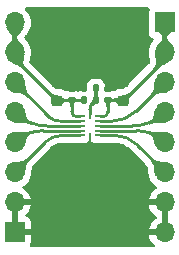
<source format=gbr>
%TF.GenerationSoftware,KiCad,Pcbnew,(6.0.5)*%
%TF.CreationDate,2022-07-01T10:08:14+08:00*%
%TF.ProjectId,convertor,636f6e76-6572-4746-9f72-2e6b69636164,rev?*%
%TF.SameCoordinates,Original*%
%TF.FileFunction,Copper,L1,Top*%
%TF.FilePolarity,Positive*%
%FSLAX46Y46*%
G04 Gerber Fmt 4.6, Leading zero omitted, Abs format (unit mm)*
G04 Created by KiCad (PCBNEW (6.0.5)) date 2022-07-01 10:08:14*
%MOMM*%
%LPD*%
G01*
G04 APERTURE LIST*
G04 Aperture macros list*
%AMRoundRect*
0 Rectangle with rounded corners*
0 $1 Rounding radius*
0 $2 $3 $4 $5 $6 $7 $8 $9 X,Y pos of 4 corners*
0 Add a 4 corners polygon primitive as box body*
4,1,4,$2,$3,$4,$5,$6,$7,$8,$9,$2,$3,0*
0 Add four circle primitives for the rounded corners*
1,1,$1+$1,$2,$3*
1,1,$1+$1,$4,$5*
1,1,$1+$1,$6,$7*
1,1,$1+$1,$8,$9*
0 Add four rect primitives between the rounded corners*
20,1,$1+$1,$2,$3,$4,$5,0*
20,1,$1+$1,$4,$5,$6,$7,0*
20,1,$1+$1,$6,$7,$8,$9,0*
20,1,$1+$1,$8,$9,$2,$3,0*%
G04 Aperture macros list end*
%TA.AperFunction,SMDPad,CuDef*%
%ADD10RoundRect,0.135000X0.135000X0.185000X-0.135000X0.185000X-0.135000X-0.185000X0.135000X-0.185000X0*%
%TD*%
%TA.AperFunction,SMDPad,CuDef*%
%ADD11RoundRect,0.225000X0.250000X-0.225000X0.250000X0.225000X-0.250000X0.225000X-0.250000X-0.225000X0*%
%TD*%
%TA.AperFunction,SMDPad,CuDef*%
%ADD12RoundRect,0.140000X0.170000X-0.140000X0.170000X0.140000X-0.170000X0.140000X-0.170000X-0.140000X0*%
%TD*%
%TA.AperFunction,ComponentPad*%
%ADD13R,1.700000X1.700000*%
%TD*%
%TA.AperFunction,ComponentPad*%
%ADD14O,1.700000X1.700000*%
%TD*%
%TA.AperFunction,SMDPad,CuDef*%
%ADD15RoundRect,0.062500X-0.350000X-0.062500X0.350000X-0.062500X0.350000X0.062500X-0.350000X0.062500X0*%
%TD*%
%TA.AperFunction,SMDPad,CuDef*%
%ADD16RoundRect,0.062500X0.062500X-0.350000X0.062500X0.350000X-0.062500X0.350000X-0.062500X-0.350000X0*%
%TD*%
%TA.AperFunction,SMDPad,CuDef*%
%ADD17RoundRect,0.135000X-0.135000X-0.185000X0.135000X-0.185000X0.135000X0.185000X-0.135000X0.185000X0*%
%TD*%
%TA.AperFunction,ViaPad*%
%ADD18C,0.508000*%
%TD*%
%TA.AperFunction,Conductor*%
%ADD19C,0.254000*%
%TD*%
G04 APERTURE END LIST*
D10*
%TO.P,R2,1*%
%TO.N,Net-(R1-Pad2)*%
X140210000Y-98298000D03*
%TO.P,R2,2*%
%TO.N,GND*%
X139190000Y-98298000D03*
%TD*%
D11*
%TO.P,C1,1*%
%TO.N,Net-(C1-Pad1)*%
X136906000Y-99327000D03*
%TO.P,C1,2*%
%TO.N,GND*%
X136906000Y-97777000D03*
%TD*%
D12*
%TO.P,C2,1*%
%TO.N,Net-(C1-Pad1)*%
X138176000Y-99286000D03*
%TO.P,C2,2*%
%TO.N,GND*%
X138176000Y-98326000D03*
%TD*%
D13*
%TO.P,J2,1,Pin_1*%
%TO.N,Net-(C3-Pad1)*%
X146050000Y-92710000D03*
D14*
%TO.P,J2,2,Pin_2*%
X146050000Y-95250000D03*
%TO.P,J2,3,Pin_3*%
%TO.N,Net-(J2-Pad3)*%
X146050000Y-97790000D03*
%TO.P,J2,4,Pin_4*%
%TO.N,Net-(J2-Pad4)*%
X146050000Y-100330000D03*
%TO.P,J2,5,Pin_5*%
%TO.N,Net-(J2-Pad5)*%
X146050000Y-102870000D03*
%TO.P,J2,6,Pin_6*%
%TO.N,Net-(J2-Pad6)*%
X146050000Y-105410000D03*
%TO.P,J2,7,Pin_7*%
%TO.N,GND*%
X146050000Y-107950000D03*
%TO.P,J2,8,Pin_8*%
X146050000Y-110490000D03*
%TD*%
D15*
%TO.P,U1,1,VCCA*%
%TO.N,Net-(C1-Pad1)*%
X138850000Y-100673000D03*
%TO.P,U1,2,A1*%
%TO.N,Net-(U1-Pad2)*%
X138850000Y-101073000D03*
%TO.P,U1,3,A2*%
%TO.N,Net-(U1-Pad3)*%
X138850000Y-101473000D03*
%TO.P,U1,4,A3*%
%TO.N,Net-(U1-Pad4)*%
X138850000Y-101873000D03*
%TO.P,U1,5,A4*%
%TO.N,Net-(U1-Pad5)*%
X138850000Y-102273000D03*
D16*
%TO.P,U1,6,GND*%
%TO.N,GND*%
X139700000Y-102473000D03*
D15*
%TO.P,U1,7,B4*%
%TO.N,Net-(J2-Pad6)*%
X140550000Y-102273000D03*
%TO.P,U1,8,B3*%
%TO.N,Net-(J2-Pad5)*%
X140550000Y-101873000D03*
%TO.P,U1,9,B2*%
%TO.N,Net-(J2-Pad4)*%
X140550000Y-101473000D03*
%TO.P,U1,10,B1*%
%TO.N,Net-(J2-Pad3)*%
X140550000Y-101073000D03*
%TO.P,U1,11,VCCB*%
%TO.N,Net-(C3-Pad1)*%
X140550000Y-100673000D03*
D16*
%TO.P,U1,12,OE*%
%TO.N,Net-(R1-Pad2)*%
X139700000Y-100473000D03*
%TD*%
D11*
%TO.P,C4,1*%
%TO.N,Net-(C3-Pad1)*%
X142494000Y-99327000D03*
%TO.P,C4,2*%
%TO.N,GND*%
X142494000Y-97777000D03*
%TD*%
D17*
%TO.P,R1,1*%
%TO.N,Net-(C1-Pad1)*%
X139190000Y-99314000D03*
%TO.P,R1,2*%
%TO.N,Net-(R1-Pad2)*%
X140210000Y-99314000D03*
%TD*%
D13*
%TO.P,J1,1,Pin_1*%
%TO.N,GND*%
X133350000Y-110490000D03*
D14*
%TO.P,J1,2,Pin_2*%
X133350000Y-107950000D03*
%TO.P,J1,3,Pin_3*%
%TO.N,Net-(U1-Pad5)*%
X133350000Y-105410000D03*
%TO.P,J1,4,Pin_4*%
%TO.N,Net-(U1-Pad4)*%
X133350000Y-102870000D03*
%TO.P,J1,5,Pin_5*%
%TO.N,Net-(U1-Pad3)*%
X133350000Y-100330000D03*
%TO.P,J1,6,Pin_6*%
%TO.N,Net-(U1-Pad2)*%
X133350000Y-97790000D03*
%TO.P,J1,7,Pin_7*%
%TO.N,Net-(C1-Pad1)*%
X133350000Y-95250000D03*
%TO.P,J1,8,Pin_8*%
X133350000Y-92710000D03*
%TD*%
D12*
%TO.P,C3,1*%
%TO.N,Net-(C3-Pad1)*%
X141224000Y-99286000D03*
%TO.P,C3,2*%
%TO.N,GND*%
X141224000Y-98326000D03*
%TD*%
D18*
%TO.N,GND*%
X137287000Y-111506000D03*
X141224000Y-97536000D03*
X136271000Y-104140000D03*
X137287000Y-109220000D03*
X142367000Y-109220000D03*
X142240000Y-91694000D03*
X144526000Y-93980000D03*
X137287000Y-106680000D03*
X141097000Y-103251000D03*
X137160000Y-93980000D03*
X142240000Y-93980000D03*
X134874000Y-109220000D03*
X142367000Y-111506000D03*
X139700000Y-109220000D03*
X134874000Y-111506000D03*
X136906000Y-96774000D03*
X139700000Y-104140000D03*
X134874000Y-93980000D03*
X138430000Y-103251000D03*
X144526000Y-91694000D03*
X134874000Y-91694000D03*
X134874000Y-106680000D03*
X139700000Y-91694000D03*
X139700000Y-96520000D03*
X144526000Y-106680000D03*
X144526000Y-109220000D03*
X142494000Y-96774000D03*
X138176000Y-97536000D03*
X144526000Y-111506000D03*
X139700000Y-111506000D03*
X143129000Y-104140000D03*
X137160000Y-91694000D03*
X142367000Y-106680000D03*
X139700000Y-93980000D03*
X139700000Y-106680000D03*
%TD*%
D19*
%TO.N,Net-(C1-Pad1)*%
X139162000Y-99286000D02*
X139190000Y-99314000D01*
X138850000Y-100673000D02*
X138517865Y-100673000D01*
X136919000Y-99314000D02*
X136906000Y-99327000D01*
X133350000Y-95250000D02*
X133350000Y-92710000D01*
X133350000Y-95771000D02*
X133350000Y-95250000D01*
X138176000Y-100277395D02*
X138176000Y-99286000D01*
X138135000Y-99327000D02*
X138176000Y-99286000D01*
X136906000Y-99327000D02*
X133350000Y-95771000D01*
X139190000Y-99314000D02*
X136919000Y-99314000D01*
X138303010Y-100583990D02*
G75*
G03*
X138517865Y-100673000I214890J214890D01*
G01*
X138176003Y-100277395D02*
G75*
G03*
X138303001Y-100583999I433597J-5D01*
G01*
%TO.N,Net-(C3-Pad1)*%
X141224000Y-100277395D02*
X141224000Y-99286000D01*
X140550000Y-100673000D02*
X140882135Y-100673000D01*
X142494000Y-99327000D02*
X146050000Y-95771000D01*
X141224000Y-99286000D02*
X142453000Y-99286000D01*
X146050000Y-95771000D02*
X146050000Y-95250000D01*
X142453000Y-99286000D02*
X142494000Y-99327000D01*
X146050000Y-95250000D02*
X146050000Y-92710000D01*
X141096990Y-100583990D02*
G75*
G02*
X140882135Y-100673000I-214890J214890D01*
G01*
X141223997Y-100277395D02*
G75*
G02*
X141096999Y-100583999I-433597J-5D01*
G01*
%TO.N,Net-(J2-Pad3)*%
X143602093Y-100237907D02*
X146050000Y-97790000D01*
X140550000Y-101073000D02*
X141586000Y-101073000D01*
X143602096Y-100237910D02*
G75*
G02*
X141586000Y-101073000I-2016096J2016110D01*
G01*
%TO.N,Net-(J2-Pad4)*%
X140550000Y-101473000D02*
X143290554Y-101473000D01*
X146050014Y-100330014D02*
G75*
G02*
X143290554Y-101473000I-2759414J2759414D01*
G01*
%TO.N,Net-(J2-Pad5)*%
X140550000Y-101873000D02*
X143643030Y-101873000D01*
X146049991Y-102870009D02*
G75*
G03*
X143643030Y-101873000I-2406991J-2406991D01*
G01*
%TO.N,Net-(J2-Pad6)*%
X140550000Y-102273000D02*
X141799307Y-102273000D01*
X143700500Y-103060500D02*
X146050000Y-105410000D01*
X143700498Y-103060502D02*
G75*
G03*
X141799307Y-102273000I-1901198J-1901198D01*
G01*
%TO.N,Net-(R1-Pad2)*%
X140210000Y-99314000D02*
X140210000Y-98298000D01*
X139878191Y-99645809D02*
X140210000Y-99314000D01*
X139700000Y-100473000D02*
X139700000Y-100076000D01*
X139878187Y-99645805D02*
G75*
G03*
X139700000Y-100076000I430213J-430195D01*
G01*
%TO.N,Net-(U1-Pad5)*%
X138850000Y-102273000D02*
X137331285Y-102273000D01*
X135890000Y-102870000D02*
X133350000Y-105410000D01*
X135890004Y-102870004D02*
G75*
G02*
X137331285Y-102273000I1441296J-1441296D01*
G01*
%TO.N,Net-(U1-Pad4)*%
X138850000Y-101873000D02*
X135756970Y-101873000D01*
X133350009Y-102870009D02*
G75*
G02*
X135756970Y-101873000I2406991J-2406991D01*
G01*
%TO.N,Net-(U1-Pad3)*%
X138850000Y-101473000D02*
X136109446Y-101473000D01*
X133349986Y-100330014D02*
G75*
G03*
X136109446Y-101473000I2759414J2759414D01*
G01*
%TO.N,Net-(U1-Pad2)*%
X138850000Y-101073000D02*
X137144945Y-101073000D01*
X136271000Y-100711000D02*
X133350000Y-97790000D01*
X136270987Y-100711013D02*
G75*
G03*
X137144945Y-101073000I873913J873913D01*
G01*
%TD*%
%TA.AperFunction,Conductor*%
%TO.N,Net-(C1-Pad1)*%
G36*
X137098023Y-98920233D02*
G01*
X137132991Y-98937291D01*
X137173142Y-98956877D01*
X137173740Y-98957191D01*
X137201563Y-98972813D01*
X137243871Y-98996570D01*
X137244211Y-98996769D01*
X137306007Y-99034683D01*
X137363013Y-99070246D01*
X137363065Y-99070276D01*
X137363083Y-99070287D01*
X137394269Y-99088354D01*
X137418783Y-99102555D01*
X137477027Y-99130801D01*
X137477303Y-99130901D01*
X137541150Y-99154064D01*
X137541157Y-99154066D01*
X137541460Y-99154176D01*
X137541776Y-99154251D01*
X137541782Y-99154253D01*
X137576212Y-99162450D01*
X137615791Y-99171873D01*
X137703734Y-99183083D01*
X137748384Y-99184744D01*
X137797735Y-99186581D01*
X137805875Y-99190313D01*
X137809000Y-99198273D01*
X137809000Y-99429741D01*
X137805573Y-99438014D01*
X137797749Y-99441432D01*
X137776060Y-99442264D01*
X137706242Y-99444944D01*
X137706234Y-99444945D01*
X137705966Y-99444955D01*
X137619936Y-99456332D01*
X137619615Y-99456412D01*
X137619609Y-99456413D01*
X137547670Y-99474307D01*
X137547667Y-99474308D01*
X137547325Y-99474393D01*
X137546998Y-99474518D01*
X137546995Y-99474519D01*
X137494287Y-99494679D01*
X137484548Y-99498404D01*
X137484260Y-99498553D01*
X137484253Y-99498556D01*
X137428251Y-99527509D01*
X137428240Y-99527515D01*
X137428022Y-99527628D01*
X137374161Y-99561331D01*
X137319381Y-99598775D01*
X137260241Y-99639129D01*
X137259972Y-99639307D01*
X137192999Y-99681777D01*
X137192455Y-99682101D01*
X137123796Y-99720546D01*
X137121033Y-99722093D01*
X137112140Y-99723144D01*
X137107454Y-99720547D01*
X136681093Y-99333454D01*
X137054676Y-98952975D01*
X137084547Y-98922553D01*
X137092788Y-98919050D01*
X137098023Y-98920233D01*
G37*
%TD.AperFunction*%
%TD*%
%TA.AperFunction,Conductor*%
%TO.N,Net-(J2-Pad4)*%
G36*
X146369285Y-100062839D02*
G01*
X146377219Y-100066990D01*
X146379845Y-100075991D01*
X146241109Y-101150083D01*
X146236650Y-101157849D01*
X146231701Y-101160075D01*
X146051374Y-101194514D01*
X146050503Y-101194646D01*
X145887496Y-101212863D01*
X145886686Y-101212924D01*
X145741990Y-101218718D01*
X145741414Y-101218726D01*
X145608100Y-101217373D01*
X145607953Y-101217370D01*
X145583422Y-101216757D01*
X145479330Y-101214154D01*
X145479299Y-101214154D01*
X145479233Y-101214152D01*
X145479152Y-101214152D01*
X145440175Y-101214220D01*
X145348559Y-101214380D01*
X145308237Y-101216981D01*
X145209451Y-101223353D01*
X145209447Y-101223353D01*
X145209221Y-101223368D01*
X145137201Y-101234099D01*
X145054691Y-101246393D01*
X145054688Y-101246394D01*
X145054437Y-101246431D01*
X145054194Y-101246489D01*
X145054185Y-101246491D01*
X144939302Y-101274040D01*
X144877422Y-101288879D01*
X144682141Y-101352525D01*
X144673213Y-101351831D01*
X144667523Y-101345410D01*
X144588102Y-101127676D01*
X144588487Y-101118730D01*
X144594348Y-101112973D01*
X144750290Y-101043771D01*
X144750291Y-101043771D01*
X144750745Y-101043569D01*
X144875394Y-100960520D01*
X144875818Y-100960088D01*
X144965469Y-100868713D01*
X144965472Y-100868710D01*
X144965904Y-100868269D01*
X145029878Y-100766822D01*
X145074917Y-100656186D01*
X145108624Y-100536369D01*
X145138598Y-100407378D01*
X145172363Y-100269551D01*
X145172544Y-100268895D01*
X145217602Y-100122420D01*
X145217965Y-100121407D01*
X145242067Y-100062839D01*
X145278874Y-99973400D01*
X145285191Y-99967055D01*
X145290736Y-99966201D01*
X146369285Y-100062839D01*
G37*
%TD.AperFunction*%
%TD*%
%TA.AperFunction,Conductor*%
%TO.N,Net-(C1-Pad1)*%
G36*
X139078236Y-99076699D02*
G01*
X139192936Y-99187000D01*
X139316231Y-99305567D01*
X139319819Y-99313771D01*
X139316231Y-99322433D01*
X139078238Y-99551299D01*
X139069899Y-99554564D01*
X139064940Y-99553353D01*
X139028596Y-99535372D01*
X139028510Y-99535329D01*
X138989950Y-99515858D01*
X138954845Y-99498583D01*
X138954776Y-99498549D01*
X138954703Y-99498516D01*
X138954688Y-99498509D01*
X138937415Y-99490719D01*
X138921311Y-99483455D01*
X138921165Y-99483399D01*
X138921158Y-99483396D01*
X138888020Y-99470675D01*
X138888016Y-99470674D01*
X138887832Y-99470603D01*
X138887647Y-99470547D01*
X138887637Y-99470544D01*
X138852850Y-99460092D01*
X138852848Y-99460091D01*
X138852620Y-99460023D01*
X138837680Y-99456824D01*
X138814164Y-99451789D01*
X138814155Y-99451787D01*
X138813952Y-99451744D01*
X138776142Y-99446613D01*
X138770277Y-99445817D01*
X138770275Y-99445817D01*
X138770107Y-99445794D01*
X138719363Y-99442203D01*
X138719220Y-99442200D01*
X138719218Y-99442200D01*
X138671463Y-99441232D01*
X138663261Y-99437638D01*
X138660000Y-99429534D01*
X138660000Y-99198466D01*
X138663427Y-99190193D01*
X138671463Y-99186768D01*
X138719218Y-99185799D01*
X138719220Y-99185799D01*
X138719363Y-99185796D01*
X138770107Y-99182205D01*
X138770275Y-99182182D01*
X138770277Y-99182182D01*
X138776142Y-99181386D01*
X138813952Y-99176255D01*
X138814155Y-99176212D01*
X138814164Y-99176210D01*
X138837680Y-99171175D01*
X138852620Y-99167976D01*
X138852850Y-99167907D01*
X138887637Y-99157455D01*
X138887647Y-99157452D01*
X138887832Y-99157396D01*
X138888020Y-99157324D01*
X138921158Y-99144603D01*
X138921165Y-99144600D01*
X138921311Y-99144544D01*
X138937415Y-99137280D01*
X138954688Y-99129490D01*
X138954703Y-99129483D01*
X138954776Y-99129450D01*
X138989950Y-99112141D01*
X139028554Y-99092648D01*
X139064941Y-99074646D01*
X139073875Y-99074049D01*
X139078236Y-99076699D01*
G37*
%TD.AperFunction*%
%TD*%
%TA.AperFunction,Conductor*%
%TO.N,Net-(C3-Pad1)*%
G36*
X142336486Y-98909133D02*
G01*
X142340848Y-98912278D01*
X142346003Y-98918224D01*
X142346003Y-98918223D01*
X142718075Y-99347370D01*
X142550079Y-99481892D01*
X142550078Y-99481892D01*
X142548568Y-99483101D01*
X142268554Y-99707321D01*
X142259954Y-99709817D01*
X142254914Y-99708029D01*
X142187742Y-99664841D01*
X142187246Y-99664505D01*
X142123924Y-99619052D01*
X142123660Y-99618856D01*
X142067561Y-99576147D01*
X142015408Y-99536953D01*
X142015295Y-99536868D01*
X141963576Y-99501800D01*
X141908971Y-99471612D01*
X141904385Y-99469757D01*
X141848400Y-99447113D01*
X141848392Y-99447110D01*
X141848045Y-99446970D01*
X141777364Y-99428543D01*
X141777040Y-99428498D01*
X141777033Y-99428497D01*
X141693776Y-99417036D01*
X141693777Y-99417036D01*
X141693493Y-99416997D01*
X141688021Y-99416779D01*
X141683451Y-99416597D01*
X141683445Y-99416597D01*
X141683115Y-99416584D01*
X141683113Y-99416584D01*
X141593000Y-99413000D01*
X141593000Y-99159000D01*
X141700548Y-99155126D01*
X141700796Y-99155096D01*
X141700804Y-99155095D01*
X141790163Y-99144140D01*
X141790165Y-99144140D01*
X141790464Y-99144103D01*
X141832440Y-99134575D01*
X141866295Y-99126890D01*
X141866302Y-99126888D01*
X141866584Y-99126824D01*
X141932743Y-99104185D01*
X141932987Y-99104075D01*
X141992617Y-99077154D01*
X141992625Y-99077150D01*
X141992778Y-99077081D01*
X141992924Y-99077003D01*
X141992931Y-99077000D01*
X142050479Y-99046431D01*
X142050566Y-99046383D01*
X142109764Y-99013086D01*
X142109915Y-99013003D01*
X142174268Y-98978047D01*
X142174727Y-98977811D01*
X142218337Y-98956554D01*
X142248057Y-98942068D01*
X142248689Y-98941783D01*
X142323643Y-98910742D01*
X142327531Y-98909132D01*
X142336486Y-98909133D01*
G37*
%TD.AperFunction*%
%TD*%
%TA.AperFunction,Conductor*%
%TO.N,Net-(C1-Pad1)*%
G36*
X133839024Y-95166475D02*
G01*
X134187050Y-95341779D01*
X134192897Y-95348560D01*
X134193357Y-95353956D01*
X134171780Y-95498338D01*
X134171666Y-95498981D01*
X134143069Y-95637127D01*
X134143011Y-95637390D01*
X134113712Y-95764150D01*
X134113703Y-95764194D01*
X134113698Y-95764215D01*
X134088930Y-95882052D01*
X134088891Y-95882239D01*
X134073742Y-95994359D01*
X134073426Y-96103357D01*
X134073521Y-96103880D01*
X134073521Y-96103884D01*
X134084046Y-96162037D01*
X134093102Y-96212080D01*
X134093322Y-96212625D01*
X134093323Y-96212630D01*
X134117442Y-96272509D01*
X134137931Y-96323376D01*
X134138231Y-96323842D01*
X134181699Y-96391362D01*
X134213071Y-96440094D01*
X134213364Y-96440425D01*
X134213367Y-96440429D01*
X134316390Y-96556837D01*
X134319306Y-96565303D01*
X134315901Y-96572864D01*
X134152001Y-96736764D01*
X134143728Y-96740191D01*
X134135823Y-96737116D01*
X133977009Y-96591544D01*
X133824468Y-96476833D01*
X133683325Y-96391474D01*
X133683103Y-96391365D01*
X133683097Y-96391362D01*
X133550595Y-96326464D01*
X133550448Y-96326392D01*
X133422728Y-96272519D01*
X133422726Y-96272518D01*
X133422704Y-96272509D01*
X133297173Y-96220836D01*
X133296753Y-96220653D01*
X133218639Y-96184506D01*
X133170533Y-96162244D01*
X133169654Y-96161791D01*
X133039492Y-96087606D01*
X133038444Y-96086933D01*
X132900920Y-95987814D01*
X132899938Y-95987022D01*
X132757729Y-95859156D01*
X132753868Y-95851076D01*
X132754905Y-95845605D01*
X132997992Y-95312076D01*
X133208936Y-94849094D01*
X133839024Y-95166475D01*
G37*
%TD.AperFunction*%
%TD*%
%TA.AperFunction,Conductor*%
%TO.N,Net-(J2-Pad5)*%
G36*
X144850665Y-101944248D02*
G01*
X144850673Y-101944250D01*
X144850863Y-101944299D01*
X144851059Y-101944335D01*
X144851065Y-101944336D01*
X144915917Y-101956141D01*
X145031899Y-101977254D01*
X145189318Y-101993173D01*
X145330225Y-101996948D01*
X145330376Y-101996944D01*
X145461695Y-101993474D01*
X145461705Y-101993474D01*
X145461726Y-101993473D01*
X145524554Y-101990637D01*
X145590822Y-101987646D01*
X145591062Y-101987638D01*
X145724613Y-101984351D01*
X145725232Y-101984352D01*
X145814096Y-101986867D01*
X145870422Y-101988461D01*
X145871241Y-101988514D01*
X145917750Y-101993153D01*
X146035317Y-102004881D01*
X146036186Y-102005001D01*
X146218459Y-102037121D01*
X146226012Y-102041931D01*
X146228007Y-102046959D01*
X146383853Y-103118717D01*
X146381653Y-103127398D01*
X146373505Y-103132036D01*
X145296637Y-103245859D01*
X145288050Y-103243321D01*
X145284659Y-103238845D01*
X145222236Y-103093635D01*
X145221860Y-103092636D01*
X145219116Y-103084209D01*
X145174686Y-102947752D01*
X145174505Y-102947140D01*
X145138268Y-102810214D01*
X145138241Y-102810110D01*
X145105622Y-102682112D01*
X145105620Y-102682105D01*
X145105593Y-102681999D01*
X145069087Y-102563358D01*
X145021276Y-102454843D01*
X144954682Y-102357006D01*
X144861830Y-102270401D01*
X144735245Y-102195580D01*
X144734760Y-102195399D01*
X144734757Y-102195398D01*
X144577670Y-102136902D01*
X144571113Y-102130804D01*
X144570528Y-102122637D01*
X144635911Y-101900282D01*
X144641533Y-101893312D01*
X144650071Y-101892257D01*
X144850665Y-101944248D01*
G37*
%TD.AperFunction*%
%TD*%
%TA.AperFunction,Conductor*%
%TO.N,Net-(C3-Pad1)*%
G36*
X143041478Y-98615831D02*
G01*
X143205169Y-98779522D01*
X143208596Y-98787795D01*
X143205486Y-98795739D01*
X143174779Y-98828941D01*
X143143525Y-98862734D01*
X143091199Y-98931257D01*
X143053019Y-98995029D01*
X143025858Y-99056028D01*
X143006586Y-99116235D01*
X142992075Y-99177630D01*
X142992061Y-99177702D01*
X142992058Y-99177714D01*
X142979212Y-99242118D01*
X142979197Y-99242192D01*
X142964869Y-99311680D01*
X142964768Y-99312125D01*
X142945908Y-99388404D01*
X142945721Y-99389073D01*
X142921584Y-99466622D01*
X142915854Y-99473503D01*
X142910642Y-99474843D01*
X142799431Y-99477017D01*
X142552011Y-99481854D01*
X142552010Y-99481854D01*
X142550078Y-99481892D01*
X142334901Y-99486099D01*
X142346003Y-98918224D01*
X142346157Y-98910358D01*
X142349745Y-98902153D01*
X142354378Y-98899416D01*
X142431926Y-98875278D01*
X142432595Y-98875091D01*
X142508874Y-98856231D01*
X142509319Y-98856130D01*
X142541332Y-98849529D01*
X142578807Y-98841802D01*
X142619568Y-98833672D01*
X142643285Y-98828941D01*
X142643297Y-98828938D01*
X142643369Y-98828924D01*
X142645814Y-98828346D01*
X142704546Y-98814465D01*
X142704557Y-98814462D01*
X142704764Y-98814413D01*
X142764971Y-98795141D01*
X142825970Y-98767980D01*
X142826268Y-98767802D01*
X142826273Y-98767799D01*
X142889451Y-98729974D01*
X142889742Y-98729800D01*
X142958265Y-98677474D01*
X142958464Y-98677290D01*
X143025261Y-98615514D01*
X143033662Y-98612413D01*
X143041478Y-98615831D01*
G37*
%TD.AperFunction*%
%TD*%
%TA.AperFunction,Conductor*%
%TO.N,Net-(J2-Pad6)*%
G36*
X144953044Y-104132632D02*
G01*
X145092974Y-104258869D01*
X145229085Y-104353913D01*
X145356838Y-104417684D01*
X145357251Y-104417818D01*
X145357254Y-104417819D01*
X145430248Y-104441455D01*
X145479945Y-104457548D01*
X145602120Y-104480867D01*
X145602324Y-104480890D01*
X145602330Y-104480891D01*
X145727019Y-104495002D01*
X145727036Y-104495004D01*
X145727074Y-104495008D01*
X145858364Y-104507320D01*
X145858679Y-104507355D01*
X145999785Y-104525163D01*
X146000571Y-104525290D01*
X146155228Y-104555901D01*
X146156254Y-104556154D01*
X146266748Y-104588735D01*
X146320728Y-104604652D01*
X146327694Y-104610279D01*
X146329116Y-104615643D01*
X146340898Y-105218335D01*
X146350282Y-105698355D01*
X146347017Y-105706694D01*
X146338355Y-105710282D01*
X146035465Y-105704361D01*
X145255644Y-105689116D01*
X145247441Y-105685529D01*
X145244652Y-105680728D01*
X145196155Y-105516259D01*
X145195900Y-105515222D01*
X145165292Y-105360581D01*
X145165161Y-105359774D01*
X145147358Y-105218708D01*
X145147317Y-105218335D01*
X145135018Y-105087177D01*
X145135002Y-105087019D01*
X145120891Y-104962330D01*
X145120890Y-104962324D01*
X145120867Y-104962120D01*
X145097548Y-104839945D01*
X145057684Y-104716838D01*
X144993913Y-104589085D01*
X144898869Y-104452974D01*
X144772632Y-104313044D01*
X144769634Y-104304607D01*
X144773046Y-104296935D01*
X144936935Y-104133046D01*
X144945208Y-104129619D01*
X144953044Y-104132632D01*
G37*
%TD.AperFunction*%
%TD*%
%TA.AperFunction,Conductor*%
%TO.N,GND*%
G36*
X139744032Y-102708595D02*
G01*
X139788468Y-102737152D01*
X139792758Y-102742742D01*
X139799308Y-102747768D01*
X139799310Y-102747770D01*
X139867391Y-102800010D01*
X139912037Y-102834267D01*
X140050939Y-102891803D01*
X140059123Y-102892880D01*
X140059125Y-102892881D01*
X140158488Y-102905962D01*
X140162575Y-102906500D01*
X140453883Y-102906500D01*
X140464537Y-102907170D01*
X140469718Y-102908500D01*
X141749152Y-102908500D01*
X141765598Y-102909578D01*
X141785070Y-102912142D01*
X141785074Y-102912142D01*
X141792601Y-102913133D01*
X141800148Y-102912300D01*
X141800154Y-102912300D01*
X141812254Y-102910964D01*
X141833142Y-102910401D01*
X141937587Y-102916266D01*
X142022129Y-102921014D01*
X142036161Y-102922595D01*
X142249209Y-102958794D01*
X142262980Y-102961937D01*
X142470636Y-103021762D01*
X142483967Y-103026427D01*
X142683619Y-103109126D01*
X142696342Y-103115253D01*
X142776821Y-103159732D01*
X142885474Y-103219783D01*
X142897437Y-103227300D01*
X143073685Y-103352354D01*
X143084732Y-103361164D01*
X143220396Y-103482400D01*
X143236400Y-103499648D01*
X143243117Y-103508402D01*
X143270422Y-103530278D01*
X143270660Y-103530468D01*
X143280975Y-103539707D01*
X144368545Y-104627277D01*
X144384064Y-104646144D01*
X144391357Y-104657009D01*
X144490910Y-104767361D01*
X144500654Y-104779614D01*
X144546015Y-104844574D01*
X144546018Y-104844578D01*
X144555446Y-104860441D01*
X144576807Y-104903234D01*
X144583942Y-104920687D01*
X144596735Y-104960192D01*
X144600629Y-104975386D01*
X144611920Y-105034544D01*
X144613355Y-105043997D01*
X144624067Y-105138648D01*
X144624311Y-105141002D01*
X144636060Y-105266281D01*
X144636891Y-105274441D01*
X144636932Y-105274814D01*
X144637899Y-105283003D01*
X144655702Y-105424069D01*
X144658296Y-105442053D01*
X144658427Y-105442860D01*
X144661564Y-105460284D01*
X144692172Y-105614925D01*
X144697255Y-105637840D01*
X144697510Y-105638877D01*
X144703621Y-105661493D01*
X144703832Y-105662207D01*
X144746627Y-105807338D01*
X144747543Y-105810863D01*
X144748086Y-105812596D01*
X144749222Y-105817639D01*
X144750392Y-105820521D01*
X144750791Y-105821626D01*
X144750835Y-105821613D01*
X144752118Y-105825962D01*
X144760142Y-105844600D01*
X144761117Y-105846932D01*
X144831320Y-106019825D01*
X144831323Y-106019831D01*
X144833266Y-106024616D01*
X144949987Y-106215088D01*
X145096250Y-106383938D01*
X145268126Y-106526632D01*
X145283470Y-106535598D01*
X145341955Y-106569774D01*
X145390679Y-106621412D01*
X145403750Y-106691195D01*
X145377019Y-106756967D01*
X145336562Y-106790327D01*
X145328457Y-106794546D01*
X145319738Y-106800036D01*
X145149433Y-106927905D01*
X145141726Y-106934748D01*
X144994590Y-107088717D01*
X144988104Y-107096727D01*
X144868098Y-107272649D01*
X144863000Y-107281623D01*
X144773338Y-107474783D01*
X144769775Y-107484470D01*
X144714389Y-107684183D01*
X144715912Y-107692607D01*
X144728292Y-107696000D01*
X146178000Y-107696000D01*
X146246121Y-107716002D01*
X146292614Y-107769658D01*
X146304000Y-107822000D01*
X146304000Y-110618000D01*
X146283998Y-110686121D01*
X146230342Y-110732614D01*
X146178000Y-110744000D01*
X144733225Y-110744000D01*
X144719694Y-110747973D01*
X144718257Y-110757966D01*
X144748565Y-110892446D01*
X144751645Y-110902275D01*
X144831770Y-111099603D01*
X144836413Y-111108794D01*
X144947694Y-111290388D01*
X144953777Y-111298699D01*
X145093213Y-111459667D01*
X145100580Y-111466883D01*
X145184502Y-111536556D01*
X145224137Y-111595459D01*
X145225635Y-111666440D01*
X145188520Y-111726962D01*
X145124576Y-111757811D01*
X145104017Y-111759500D01*
X134766617Y-111759500D01*
X134698496Y-111739498D01*
X134652003Y-111685842D01*
X134641899Y-111615568D01*
X134651444Y-111586939D01*
X134650172Y-111586462D01*
X134698478Y-111457606D01*
X134702105Y-111442351D01*
X134707631Y-111391486D01*
X134708000Y-111384672D01*
X134708000Y-110762115D01*
X134703525Y-110746876D01*
X134702135Y-110745671D01*
X134694452Y-110744000D01*
X133222000Y-110744000D01*
X133153879Y-110723998D01*
X133107386Y-110670342D01*
X133096000Y-110618000D01*
X133096000Y-110217885D01*
X133604000Y-110217885D01*
X133608475Y-110233124D01*
X133609865Y-110234329D01*
X133617548Y-110236000D01*
X134689884Y-110236000D01*
X134705123Y-110231525D01*
X134706328Y-110230135D01*
X134707623Y-110224183D01*
X144714389Y-110224183D01*
X144715912Y-110232607D01*
X144728292Y-110236000D01*
X145777885Y-110236000D01*
X145793124Y-110231525D01*
X145794329Y-110230135D01*
X145796000Y-110222452D01*
X145796000Y-108222115D01*
X145791525Y-108206876D01*
X145790135Y-108205671D01*
X145782452Y-108204000D01*
X144733225Y-108204000D01*
X144719694Y-108207973D01*
X144718257Y-108217966D01*
X144748565Y-108352446D01*
X144751645Y-108362275D01*
X144831770Y-108559603D01*
X144836413Y-108568794D01*
X144947694Y-108750388D01*
X144953777Y-108758699D01*
X145093213Y-108919667D01*
X145100580Y-108926883D01*
X145264434Y-109062916D01*
X145272881Y-109068831D01*
X145342479Y-109109501D01*
X145391203Y-109161140D01*
X145404274Y-109230923D01*
X145377543Y-109296694D01*
X145337087Y-109330053D01*
X145328462Y-109334542D01*
X145319738Y-109340036D01*
X145149433Y-109467905D01*
X145141726Y-109474748D01*
X144994590Y-109628717D01*
X144988104Y-109636727D01*
X144868098Y-109812649D01*
X144863000Y-109821623D01*
X144773338Y-110014783D01*
X144769775Y-110024470D01*
X144714389Y-110224183D01*
X134707623Y-110224183D01*
X134707999Y-110222452D01*
X134707999Y-109595331D01*
X134707629Y-109588510D01*
X134702105Y-109537648D01*
X134698479Y-109522396D01*
X134653324Y-109401946D01*
X134644786Y-109386351D01*
X134568285Y-109284276D01*
X134555724Y-109271715D01*
X134453649Y-109195214D01*
X134438054Y-109186676D01*
X134327297Y-109145155D01*
X134270533Y-109102513D01*
X134245833Y-109035952D01*
X134261040Y-108966603D01*
X134282587Y-108937922D01*
X134384057Y-108836805D01*
X134390730Y-108828965D01*
X134515003Y-108656020D01*
X134520313Y-108647183D01*
X134614670Y-108456267D01*
X134618469Y-108446672D01*
X134680377Y-108242910D01*
X134682555Y-108232837D01*
X134683986Y-108221962D01*
X134681775Y-108207778D01*
X134668617Y-108204000D01*
X133622115Y-108204000D01*
X133606876Y-108208475D01*
X133605671Y-108209865D01*
X133604000Y-108217548D01*
X133604000Y-110217885D01*
X133096000Y-110217885D01*
X133096000Y-107822000D01*
X133116002Y-107753879D01*
X133169658Y-107707386D01*
X133222000Y-107696000D01*
X134668344Y-107696000D01*
X134681875Y-107692027D01*
X134683180Y-107682947D01*
X134641214Y-107515875D01*
X134637894Y-107506124D01*
X134552972Y-107310814D01*
X134548105Y-107301739D01*
X134432426Y-107122926D01*
X134426136Y-107114757D01*
X134282806Y-106957240D01*
X134275273Y-106950215D01*
X134108139Y-106818222D01*
X134099556Y-106812520D01*
X134062602Y-106792120D01*
X134012631Y-106741687D01*
X133997859Y-106672245D01*
X134022975Y-106605839D01*
X134050327Y-106579232D01*
X134111500Y-106535598D01*
X134229860Y-106451173D01*
X134388096Y-106293489D01*
X134447594Y-106210689D01*
X134515435Y-106116277D01*
X134518453Y-106112077D01*
X134564047Y-106019825D01*
X134615136Y-105916453D01*
X134615137Y-105916451D01*
X134617430Y-105911811D01*
X134632439Y-105862412D01*
X134638443Y-105846569D01*
X134646006Y-105830058D01*
X134646009Y-105830051D01*
X134647883Y-105825959D01*
X134696379Y-105661490D01*
X134702489Y-105638877D01*
X134702744Y-105637840D01*
X134707827Y-105614925D01*
X134738435Y-105460284D01*
X134741572Y-105442860D01*
X134741703Y-105442053D01*
X134744297Y-105424069D01*
X134762100Y-105283003D01*
X134763067Y-105274814D01*
X134763108Y-105274441D01*
X134763939Y-105266277D01*
X134775678Y-105141086D01*
X134775916Y-105138789D01*
X134786643Y-105044003D01*
X134788078Y-105034550D01*
X134799371Y-104975384D01*
X134803265Y-104960192D01*
X134816055Y-104920693D01*
X134823192Y-104903234D01*
X134844555Y-104860437D01*
X134853981Y-104844578D01*
X134899346Y-104779612D01*
X134909089Y-104767359D01*
X134909091Y-104767357D01*
X135008641Y-104657010D01*
X135035323Y-104624901D01*
X135035531Y-104625074D01*
X135044754Y-104613978D01*
X136303897Y-103354835D01*
X136316289Y-103343967D01*
X136337902Y-103327383D01*
X136349086Y-103313423D01*
X136364341Y-103297473D01*
X136471122Y-103203828D01*
X136484198Y-103193795D01*
X136623031Y-103101029D01*
X136637305Y-103092788D01*
X136787060Y-103018937D01*
X136802286Y-103012630D01*
X136960401Y-102958956D01*
X136976321Y-102954690D01*
X137140092Y-102922113D01*
X137156432Y-102919962D01*
X137290934Y-102911145D01*
X137315624Y-102911953D01*
X137317056Y-102912142D01*
X137317060Y-102912142D01*
X137324586Y-102913133D01*
X137359656Y-102909261D01*
X137373483Y-102908500D01*
X138889983Y-102908500D01*
X138897954Y-102907493D01*
X138913747Y-102906499D01*
X139237424Y-102906499D01*
X139241508Y-102905961D01*
X139241514Y-102905961D01*
X139340874Y-102892881D01*
X139340876Y-102892880D01*
X139349061Y-102891803D01*
X139487964Y-102834267D01*
X139607242Y-102742742D01*
X139611449Y-102737259D01*
X139673217Y-102703530D01*
X139744032Y-102708595D01*
G37*
%TD.AperFunction*%
%TA.AperFunction,Conductor*%
G36*
X144700928Y-91460502D02*
G01*
X144747421Y-91514158D01*
X144757525Y-91584432D01*
X144748067Y-91612801D01*
X144749385Y-91613295D01*
X144698255Y-91749684D01*
X144691500Y-91811866D01*
X144691500Y-93608134D01*
X144698255Y-93670316D01*
X144749385Y-93806705D01*
X144836739Y-93923261D01*
X144953295Y-94010615D01*
X144961703Y-94013767D01*
X145029547Y-94039201D01*
X145086311Y-94081843D01*
X145111011Y-94148405D01*
X145095803Y-94217753D01*
X145084867Y-94234421D01*
X145054134Y-94274032D01*
X145053849Y-94274413D01*
X145053820Y-94274451D01*
X145043618Y-94288089D01*
X145043582Y-94288138D01*
X145043309Y-94288503D01*
X145042831Y-94289166D01*
X145042530Y-94289599D01*
X145042525Y-94289607D01*
X145032674Y-94303781D01*
X145032407Y-94304181D01*
X145032372Y-94304231D01*
X144945373Y-94434168D01*
X144944966Y-94434776D01*
X144932311Y-94454648D01*
X144931758Y-94455562D01*
X144920132Y-94475802D01*
X144867000Y-94573371D01*
X144866634Y-94573172D01*
X144866235Y-94574493D01*
X144864743Y-94576680D01*
X144862568Y-94581365D01*
X144861627Y-94583021D01*
X144860182Y-94585892D01*
X144838129Y-94626389D01*
X144836740Y-94629879D01*
X144836737Y-94629884D01*
X144818066Y-94676777D01*
X144815291Y-94683217D01*
X144772865Y-94774614D01*
X144772863Y-94774619D01*
X144770688Y-94779305D01*
X144710989Y-94994570D01*
X144687251Y-95216695D01*
X144687548Y-95221848D01*
X144687548Y-95221851D01*
X144698512Y-95412011D01*
X144698719Y-95418561D01*
X144698782Y-95429850D01*
X144700018Y-95438122D01*
X144700110Y-95439715D01*
X144700544Y-95441641D01*
X144720361Y-95574250D01*
X144722743Y-95588761D01*
X144722858Y-95589404D01*
X144722927Y-95589760D01*
X144722940Y-95589832D01*
X144725408Y-95602628D01*
X144725497Y-95603089D01*
X144754090Y-95741217D01*
X144755479Y-95747713D01*
X144755537Y-95747975D01*
X144755557Y-95748063D01*
X144756675Y-95753012D01*
X144756679Y-95753030D01*
X144784538Y-95873560D01*
X144785061Y-95875926D01*
X144803795Y-95965050D01*
X144805350Y-95974077D01*
X144811427Y-96019053D01*
X144800727Y-96089238D01*
X144792506Y-96104128D01*
X144781605Y-96121061D01*
X144770016Y-96136362D01*
X144699870Y-96215622D01*
X144699857Y-96215637D01*
X144699074Y-96216522D01*
X144674134Y-96246980D01*
X144673771Y-96246683D01*
X144665159Y-96257108D01*
X142707712Y-98214555D01*
X142690137Y-98229195D01*
X142676607Y-98238522D01*
X142631730Y-98280026D01*
X142622670Y-98287646D01*
X142608886Y-98298172D01*
X142561407Y-98320647D01*
X142536177Y-98326611D01*
X142531892Y-98327544D01*
X142501591Y-98333588D01*
X142478584Y-98338177D01*
X142478530Y-98338188D01*
X142478359Y-98338222D01*
X142475108Y-98338882D01*
X142405620Y-98353210D01*
X142405374Y-98353263D01*
X142405361Y-98353266D01*
X142395952Y-98355303D01*
X142395908Y-98355313D01*
X142395662Y-98355366D01*
X142395217Y-98355467D01*
X142394972Y-98355525D01*
X142394938Y-98355533D01*
X142388764Y-98356997D01*
X142385622Y-98357742D01*
X142357007Y-98364817D01*
X142326764Y-98368500D01*
X142195268Y-98368500D01*
X142192022Y-98368837D01*
X142192018Y-98368837D01*
X142166354Y-98371500D01*
X142092981Y-98379113D01*
X142086440Y-98381295D01*
X142086441Y-98381295D01*
X141937676Y-98430927D01*
X141937674Y-98430928D01*
X141930732Y-98433244D01*
X141924508Y-98437096D01*
X141924507Y-98437096D01*
X141839283Y-98489834D01*
X141785287Y-98523248D01*
X141780119Y-98528425D01*
X141779218Y-98529139D01*
X141713407Y-98555774D01*
X141654381Y-98546570D01*
X141653597Y-98546106D01*
X141645986Y-98543895D01*
X141645984Y-98543894D01*
X141595005Y-98529084D01*
X141496254Y-98500394D01*
X141489849Y-98499890D01*
X141489844Y-98499889D01*
X141461940Y-98497693D01*
X141461932Y-98497693D01*
X141459484Y-98497500D01*
X141114500Y-98497500D01*
X141046379Y-98477498D01*
X140999886Y-98423842D01*
X140988500Y-98371500D01*
X140988499Y-98050484D01*
X140988499Y-98048012D01*
X140985629Y-98011534D01*
X140940269Y-97855404D01*
X140857506Y-97715459D01*
X140742541Y-97600494D01*
X140602596Y-97517731D01*
X140594985Y-97515520D01*
X140594983Y-97515519D01*
X140452644Y-97474166D01*
X140452645Y-97474166D01*
X140446466Y-97472371D01*
X140440059Y-97471867D01*
X140440055Y-97471866D01*
X140412444Y-97469693D01*
X140412438Y-97469693D01*
X140409989Y-97469500D01*
X140210122Y-97469500D01*
X140010012Y-97469501D01*
X139973534Y-97472371D01*
X139876730Y-97500495D01*
X139825017Y-97515519D01*
X139825015Y-97515520D01*
X139817404Y-97517731D01*
X139677459Y-97600494D01*
X139562494Y-97715459D01*
X139479731Y-97855404D01*
X139434371Y-98011534D01*
X139433867Y-98017941D01*
X139433866Y-98017945D01*
X139431693Y-98045556D01*
X139431500Y-98048011D01*
X139431501Y-98241583D01*
X139431501Y-98359500D01*
X139411499Y-98427620D01*
X139357844Y-98474113D01*
X139305501Y-98485500D01*
X139001382Y-98485501D01*
X138990012Y-98485501D01*
X138953534Y-98488371D01*
X138856730Y-98516495D01*
X138805017Y-98531519D01*
X138805015Y-98531520D01*
X138797404Y-98533731D01*
X138755176Y-98558705D01*
X138686363Y-98576164D01*
X138626900Y-98558704D01*
X138612425Y-98550144D01*
X138612424Y-98550144D01*
X138605597Y-98546106D01*
X138597986Y-98543895D01*
X138597984Y-98543894D01*
X138547005Y-98529084D01*
X138448254Y-98500394D01*
X138441849Y-98499890D01*
X138441844Y-98499889D01*
X138413940Y-98497693D01*
X138413932Y-98497693D01*
X138411484Y-98497500D01*
X137940516Y-98497500D01*
X137938068Y-98497693D01*
X137938060Y-98497693D01*
X137910156Y-98499889D01*
X137910151Y-98499890D01*
X137903746Y-98500394D01*
X137841056Y-98518607D01*
X137754012Y-98543895D01*
X137754009Y-98543896D01*
X137746403Y-98546106D01*
X137745873Y-98546419D01*
X137678638Y-98554718D01*
X137620969Y-98529267D01*
X137618881Y-98527618D01*
X137613702Y-98522448D01*
X137573229Y-98497500D01*
X137474331Y-98436538D01*
X137474329Y-98436537D01*
X137468101Y-98432698D01*
X137305757Y-98378851D01*
X137298920Y-98378151D01*
X137298918Y-98378150D01*
X137257599Y-98373917D01*
X137204732Y-98368500D01*
X137073235Y-98368500D01*
X137042992Y-98364817D01*
X137014377Y-98357742D01*
X137011235Y-98356997D01*
X137005061Y-98355533D01*
X137005027Y-98355525D01*
X137004782Y-98355467D01*
X137004337Y-98355366D01*
X137004091Y-98355313D01*
X137004047Y-98355303D01*
X136994638Y-98353266D01*
X136994625Y-98353263D01*
X136994379Y-98353210D01*
X136924891Y-98338882D01*
X136921638Y-98338222D01*
X136897077Y-98333323D01*
X136868121Y-98327547D01*
X136863789Y-98326603D01*
X136838600Y-98320650D01*
X136791113Y-98298172D01*
X136791112Y-98298171D01*
X136777331Y-98287648D01*
X136768266Y-98280023D01*
X136723396Y-98238525D01*
X136689067Y-98209459D01*
X136689091Y-98209430D01*
X136677205Y-98199472D01*
X134722843Y-96245110D01*
X134706660Y-96225243D01*
X134703398Y-96220282D01*
X134703394Y-96220277D01*
X134700923Y-96216519D01*
X134697941Y-96213150D01*
X134697936Y-96213143D01*
X134629982Y-96136361D01*
X134618391Y-96121057D01*
X134607491Y-96104125D01*
X134587436Y-96036020D01*
X134588571Y-96019053D01*
X134594645Y-95974104D01*
X134596203Y-95965064D01*
X134614909Y-95876065D01*
X134615451Y-95873608D01*
X134643320Y-95753030D01*
X134643368Y-95752818D01*
X134644417Y-95748175D01*
X134644442Y-95748063D01*
X134644462Y-95747976D01*
X134644520Y-95747713D01*
X134645908Y-95741218D01*
X134674505Y-95603072D01*
X134677281Y-95588623D01*
X134677395Y-95587980D01*
X134679640Y-95574235D01*
X134701217Y-95429853D01*
X134702475Y-95390110D01*
X134703490Y-95377649D01*
X134711090Y-95319928D01*
X134711091Y-95319919D01*
X134711529Y-95316590D01*
X134713156Y-95250000D01*
X134694852Y-95027361D01*
X134640431Y-94810702D01*
X134628947Y-94784289D01*
X134600180Y-94718131D01*
X134572545Y-94654577D01*
X134569993Y-94648242D01*
X134563439Y-94630609D01*
X134561869Y-94626385D01*
X134556689Y-94616872D01*
X134555661Y-94614768D01*
X134553416Y-94610582D01*
X134551354Y-94605840D01*
X134548543Y-94601495D01*
X134547696Y-94599916D01*
X134544818Y-94595074D01*
X134525566Y-94559721D01*
X134479862Y-94475793D01*
X134468109Y-94455343D01*
X134467556Y-94454430D01*
X134455029Y-94434770D01*
X134367324Y-94303780D01*
X134357168Y-94289166D01*
X134356690Y-94288503D01*
X134356417Y-94288138D01*
X134356381Y-94288089D01*
X134346179Y-94274451D01*
X134346150Y-94274413D01*
X134345865Y-94274032D01*
X134258706Y-94161695D01*
X134253575Y-94155190D01*
X134253340Y-94154897D01*
X134253135Y-94154645D01*
X134248371Y-94148802D01*
X134248302Y-94148719D01*
X134248178Y-94148566D01*
X134175120Y-94060387D01*
X134147062Y-93995171D01*
X134158716Y-93925137D01*
X134175120Y-93899612D01*
X134248080Y-93811553D01*
X134248127Y-93811495D01*
X134248178Y-93811434D01*
X134253340Y-93805102D01*
X134253575Y-93804809D01*
X134258706Y-93798304D01*
X134345865Y-93685967D01*
X134346150Y-93685586D01*
X134346179Y-93685548D01*
X134356381Y-93671910D01*
X134356417Y-93671861D01*
X134356690Y-93671496D01*
X134357168Y-93670833D01*
X134367324Y-93656219D01*
X134401808Y-93604717D01*
X134454626Y-93525831D01*
X134454629Y-93525827D01*
X134455029Y-93525229D01*
X134467556Y-93505569D01*
X134468109Y-93504656D01*
X134479861Y-93484207D01*
X134561868Y-93333616D01*
X134579223Y-93290030D01*
X134583327Y-93280814D01*
X134615141Y-93216442D01*
X134617430Y-93211811D01*
X134682370Y-92998069D01*
X134711529Y-92776590D01*
X134713156Y-92710000D01*
X134694852Y-92487361D01*
X134640431Y-92270702D01*
X134551354Y-92065840D01*
X134430014Y-91878277D01*
X134279670Y-91713051D01*
X134275619Y-91709852D01*
X134275615Y-91709848D01*
X134219311Y-91665382D01*
X134178248Y-91607464D01*
X134175016Y-91536541D01*
X134210642Y-91475130D01*
X134273813Y-91442728D01*
X134297403Y-91440500D01*
X144632807Y-91440500D01*
X144700928Y-91460502D01*
G37*
%TD.AperFunction*%
%TD*%
%TA.AperFunction,Conductor*%
%TO.N,Net-(C1-Pad1)*%
G36*
X136374739Y-98615514D02*
G01*
X136441535Y-98677290D01*
X136441734Y-98677474D01*
X136510257Y-98729800D01*
X136510548Y-98729974D01*
X136573726Y-98767799D01*
X136573731Y-98767802D01*
X136574029Y-98767980D01*
X136635028Y-98795141D01*
X136695235Y-98814413D01*
X136695442Y-98814462D01*
X136695453Y-98814465D01*
X136754185Y-98828346D01*
X136756630Y-98828924D01*
X136756702Y-98828938D01*
X136756714Y-98828941D01*
X136780431Y-98833672D01*
X136821192Y-98841802D01*
X136858667Y-98849529D01*
X136890680Y-98856130D01*
X136891125Y-98856231D01*
X136967404Y-98875091D01*
X136968073Y-98875278D01*
X137045623Y-98899416D01*
X137052503Y-98905145D01*
X137053843Y-98910357D01*
X137065099Y-99486099D01*
X136489357Y-99474843D01*
X136481153Y-99471255D01*
X136478416Y-99466624D01*
X136454278Y-99389073D01*
X136454091Y-99388404D01*
X136435231Y-99312125D01*
X136435130Y-99311680D01*
X136420802Y-99242192D01*
X136420787Y-99242118D01*
X136407941Y-99177714D01*
X136407938Y-99177702D01*
X136407924Y-99177630D01*
X136393413Y-99116235D01*
X136374141Y-99056028D01*
X136346980Y-98995029D01*
X136308800Y-98931257D01*
X136256474Y-98862734D01*
X136250366Y-98856130D01*
X136194514Y-98795739D01*
X136191413Y-98787339D01*
X136194831Y-98779522D01*
X136358522Y-98615831D01*
X136366795Y-98612404D01*
X136374739Y-98615514D01*
G37*
%TD.AperFunction*%
%TD*%
%TA.AperFunction,Conductor*%
%TO.N,Net-(C1-Pad1)*%
G36*
X133487253Y-93759307D02*
G01*
X133516291Y-93922758D01*
X133535413Y-93979999D01*
X133535413Y-93980000D01*
X133561533Y-94058186D01*
X133620395Y-94173424D01*
X133690296Y-94276304D01*
X133768653Y-94374660D01*
X133768679Y-94374691D01*
X133852764Y-94476178D01*
X133852999Y-94476471D01*
X133940158Y-94588808D01*
X133940636Y-94589471D01*
X134028341Y-94720461D01*
X134028894Y-94721374D01*
X134110901Y-94871966D01*
X134111848Y-94880871D01*
X134109059Y-94885672D01*
X133350000Y-95675000D01*
X132590941Y-94885672D01*
X132587676Y-94877333D01*
X132589099Y-94871967D01*
X132671102Y-94721380D01*
X132671655Y-94720466D01*
X132759363Y-94589471D01*
X132759841Y-94588808D01*
X132847000Y-94476471D01*
X132847235Y-94476178D01*
X132931320Y-94374691D01*
X132931346Y-94374660D01*
X133009703Y-94276304D01*
X133079604Y-94173424D01*
X133138466Y-94058186D01*
X133164586Y-93980000D01*
X133164586Y-93979999D01*
X133183708Y-93922758D01*
X133212746Y-93759307D01*
X133223000Y-93560000D01*
X133477000Y-93560000D01*
X133487253Y-93759307D01*
G37*
%TD.AperFunction*%
%TD*%
%TA.AperFunction,Conductor*%
%TO.N,Net-(C3-Pad1)*%
G36*
X146058433Y-92293769D02*
G01*
X146809059Y-93074328D01*
X146812324Y-93082667D01*
X146810901Y-93088034D01*
X146728894Y-93238625D01*
X146728341Y-93239538D01*
X146640636Y-93370528D01*
X146640158Y-93371191D01*
X146552999Y-93483528D01*
X146552764Y-93483821D01*
X146468653Y-93585339D01*
X146390296Y-93683695D01*
X146320395Y-93786575D01*
X146261533Y-93901813D01*
X146216291Y-94037241D01*
X146187253Y-94200692D01*
X146177000Y-94400000D01*
X145923000Y-94400000D01*
X145912746Y-94200692D01*
X145883708Y-94037241D01*
X145838466Y-93901813D01*
X145779604Y-93786575D01*
X145709703Y-93683695D01*
X145631346Y-93585339D01*
X145547235Y-93483821D01*
X145547000Y-93483528D01*
X145459841Y-93371191D01*
X145459363Y-93370528D01*
X145371655Y-93239533D01*
X145371102Y-93238619D01*
X145289099Y-93088033D01*
X145288152Y-93079129D01*
X145290941Y-93074328D01*
X146041567Y-92293769D01*
X146049771Y-92290181D01*
X146058433Y-92293769D01*
G37*
%TD.AperFunction*%
%TD*%
%TA.AperFunction,Conductor*%
%TO.N,Net-(R1-Pad2)*%
G36*
X140338203Y-98843363D02*
G01*
X140341794Y-98894107D01*
X140347744Y-98937952D01*
X140356023Y-98976620D01*
X140366603Y-99011832D01*
X140379455Y-99045311D01*
X140394549Y-99078776D01*
X140394583Y-99078845D01*
X140411858Y-99113950D01*
X140431308Y-99152468D01*
X140431351Y-99152554D01*
X140449353Y-99188940D01*
X140449950Y-99197875D01*
X140447299Y-99202238D01*
X140422484Y-99228043D01*
X140210000Y-99449000D01*
X139972700Y-99202237D01*
X139969435Y-99193899D01*
X139970646Y-99188940D01*
X139988605Y-99152640D01*
X139988648Y-99152554D01*
X140008141Y-99113950D01*
X140025416Y-99078845D01*
X140025450Y-99078776D01*
X140040544Y-99045311D01*
X140053396Y-99011832D01*
X140063976Y-98976620D01*
X140072255Y-98937952D01*
X140078205Y-98894107D01*
X140081796Y-98843363D01*
X140083000Y-98784000D01*
X140337000Y-98784000D01*
X140338203Y-98843363D01*
G37*
%TD.AperFunction*%
%TD*%
%TA.AperFunction,Conductor*%
%TO.N,Net-(C1-Pad1)*%
G36*
X133358433Y-92293769D02*
G01*
X134109059Y-93074328D01*
X134112324Y-93082667D01*
X134110901Y-93088034D01*
X134028894Y-93238625D01*
X134028341Y-93239538D01*
X133940636Y-93370528D01*
X133940158Y-93371191D01*
X133852999Y-93483528D01*
X133852764Y-93483821D01*
X133768653Y-93585339D01*
X133690296Y-93683695D01*
X133620395Y-93786575D01*
X133561533Y-93901813D01*
X133516291Y-94037241D01*
X133487253Y-94200692D01*
X133477000Y-94400000D01*
X133223000Y-94400000D01*
X133212746Y-94200692D01*
X133183708Y-94037241D01*
X133138466Y-93901813D01*
X133079604Y-93786575D01*
X133009703Y-93683695D01*
X132931346Y-93585339D01*
X132847235Y-93483821D01*
X132847000Y-93483528D01*
X132759841Y-93371191D01*
X132759363Y-93370528D01*
X132671655Y-93239533D01*
X132671102Y-93238619D01*
X132589099Y-93088033D01*
X132588152Y-93079129D01*
X132590941Y-93074328D01*
X133341567Y-92293769D01*
X133349771Y-92290181D01*
X133358433Y-92293769D01*
G37*
%TD.AperFunction*%
%TD*%
%TA.AperFunction,Conductor*%
%TO.N,Net-(R1-Pad2)*%
G36*
X140218433Y-98171769D02*
G01*
X140447299Y-98409762D01*
X140450564Y-98418101D01*
X140449353Y-98423060D01*
X140431351Y-98459445D01*
X140411858Y-98498049D01*
X140394549Y-98533223D01*
X140379455Y-98566688D01*
X140366603Y-98600167D01*
X140356023Y-98635379D01*
X140347744Y-98674047D01*
X140341794Y-98717892D01*
X140338203Y-98768636D01*
X140337000Y-98828000D01*
X140083000Y-98828000D01*
X140081796Y-98768636D01*
X140078205Y-98717892D01*
X140072255Y-98674047D01*
X140063976Y-98635379D01*
X140053396Y-98600167D01*
X140040544Y-98566688D01*
X140025450Y-98533223D01*
X140008141Y-98498049D01*
X139988648Y-98459445D01*
X139970646Y-98423059D01*
X139970049Y-98414125D01*
X139972699Y-98409764D01*
X140201567Y-98171769D01*
X140209771Y-98168181D01*
X140218433Y-98171769D01*
G37*
%TD.AperFunction*%
%TD*%
%TA.AperFunction,Conductor*%
%TO.N,Net-(U1-Pad2)*%
G36*
X133364535Y-97495639D02*
G01*
X134144356Y-97510884D01*
X134152559Y-97514471D01*
X134155348Y-97519272D01*
X134203844Y-97683740D01*
X134204099Y-97684777D01*
X134234707Y-97839418D01*
X134234838Y-97840225D01*
X134252641Y-97981291D01*
X134252679Y-97981635D01*
X134264991Y-98112925D01*
X134279132Y-98237879D01*
X134302451Y-98360054D01*
X134342315Y-98483161D01*
X134406086Y-98610914D01*
X134501130Y-98747025D01*
X134627368Y-98886956D01*
X134630366Y-98895393D01*
X134626954Y-98903065D01*
X134463065Y-99066954D01*
X134454792Y-99070381D01*
X134446956Y-99067368D01*
X134307025Y-98941130D01*
X134170914Y-98846086D01*
X134043161Y-98782315D01*
X134042748Y-98782181D01*
X134042745Y-98782180D01*
X133969751Y-98758544D01*
X133920054Y-98742451D01*
X133797879Y-98719132D01*
X133797675Y-98719109D01*
X133797669Y-98719108D01*
X133672980Y-98704997D01*
X133672963Y-98704995D01*
X133672925Y-98704991D01*
X133541635Y-98692679D01*
X133541320Y-98692644D01*
X133400214Y-98674836D01*
X133399428Y-98674709D01*
X133244771Y-98644098D01*
X133243745Y-98643845D01*
X133079272Y-98595348D01*
X133072306Y-98589721D01*
X133070883Y-98584355D01*
X133066499Y-98360054D01*
X133053278Y-97683740D01*
X133049718Y-97501645D01*
X133052983Y-97493306D01*
X133061645Y-97489718D01*
X133364535Y-97495639D01*
G37*
%TD.AperFunction*%
%TD*%
%TA.AperFunction,Conductor*%
%TO.N,Net-(U1-Pad5)*%
G36*
X134463065Y-104133046D02*
G01*
X134626954Y-104296935D01*
X134630381Y-104305208D01*
X134627368Y-104313044D01*
X134501130Y-104452974D01*
X134406086Y-104589085D01*
X134342315Y-104716838D01*
X134302451Y-104839945D01*
X134279132Y-104962120D01*
X134279109Y-104962324D01*
X134279108Y-104962330D01*
X134264997Y-105087019D01*
X134264981Y-105087177D01*
X134252682Y-105218335D01*
X134252641Y-105218708D01*
X134234838Y-105359774D01*
X134234707Y-105360581D01*
X134204099Y-105515222D01*
X134203844Y-105516259D01*
X134155348Y-105680728D01*
X134149722Y-105687694D01*
X134144357Y-105689116D01*
X133364535Y-105704361D01*
X133061645Y-105710282D01*
X133053306Y-105707017D01*
X133049718Y-105698355D01*
X133059102Y-105218335D01*
X133070884Y-104615644D01*
X133074471Y-104607441D01*
X133079272Y-104604652D01*
X133133251Y-104588735D01*
X133243745Y-104556154D01*
X133244771Y-104555901D01*
X133399428Y-104525290D01*
X133400214Y-104525163D01*
X133541320Y-104507355D01*
X133541635Y-104507320D01*
X133672925Y-104495008D01*
X133672963Y-104495004D01*
X133672980Y-104495002D01*
X133797669Y-104480891D01*
X133797675Y-104480890D01*
X133797879Y-104480867D01*
X133920054Y-104457548D01*
X133969751Y-104441455D01*
X134042745Y-104417819D01*
X134042748Y-104417818D01*
X134043161Y-104417684D01*
X134170914Y-104353913D01*
X134307025Y-104258869D01*
X134446956Y-104132632D01*
X134455393Y-104129634D01*
X134463065Y-104133046D01*
G37*
%TD.AperFunction*%
%TD*%
%TA.AperFunction,Conductor*%
%TO.N,Net-(R1-Pad2)*%
G36*
X140302841Y-99352457D02*
G01*
X140298938Y-99552157D01*
X140298769Y-99560784D01*
X140295181Y-99568988D01*
X140290768Y-99571655D01*
X140236351Y-99589765D01*
X140215084Y-99596610D01*
X140178783Y-99608292D01*
X140178748Y-99608304D01*
X140178735Y-99608308D01*
X140125507Y-99626647D01*
X140076419Y-99646750D01*
X140076164Y-99646884D01*
X140076165Y-99646884D01*
X140031558Y-99670408D01*
X140031550Y-99670413D01*
X140031220Y-99670587D01*
X140030912Y-99670806D01*
X140030907Y-99670809D01*
X140000242Y-99692607D01*
X139989660Y-99700129D01*
X139951489Y-99737345D01*
X139951214Y-99737713D01*
X139951213Y-99737714D01*
X139916701Y-99783879D01*
X139916697Y-99783886D01*
X139916458Y-99784205D01*
X139884315Y-99842679D01*
X139884190Y-99842985D01*
X139859042Y-99904407D01*
X139852736Y-99910765D01*
X139844296Y-99910998D01*
X139626904Y-99833709D01*
X139620257Y-99827710D01*
X139619943Y-99818384D01*
X139650552Y-99740962D01*
X139650911Y-99740148D01*
X139686316Y-99667323D01*
X139686741Y-99666528D01*
X139698319Y-99646750D01*
X139722374Y-99605659D01*
X139722789Y-99605003D01*
X139758423Y-99552576D01*
X139758721Y-99552157D01*
X139794126Y-99504698D01*
X139794190Y-99504613D01*
X139829001Y-99458820D01*
X139829041Y-99458768D01*
X139862886Y-99411304D01*
X139895368Y-99358857D01*
X139926165Y-99298022D01*
X139952086Y-99232628D01*
X139958321Y-99226199D01*
X139962734Y-99225241D01*
X139991902Y-99224671D01*
X139991903Y-99224671D01*
X140305459Y-99218541D01*
X140302841Y-99352457D01*
G37*
%TD.AperFunction*%
%TD*%
%TA.AperFunction,Conductor*%
%TO.N,Net-(C3-Pad1)*%
G36*
X141353429Y-99037673D02*
G01*
X141391786Y-99056762D01*
X141391904Y-99056822D01*
X141432097Y-99077483D01*
X141468639Y-99096008D01*
X141503296Y-99112294D01*
X141537896Y-99126269D01*
X141559177Y-99133052D01*
X141574028Y-99137786D01*
X141574032Y-99137787D01*
X141574267Y-99137862D01*
X141614235Y-99147003D01*
X141614443Y-99147033D01*
X141614452Y-99147035D01*
X141659447Y-99153594D01*
X141659457Y-99153595D01*
X141659628Y-99153620D01*
X141712274Y-99157643D01*
X141774000Y-99159000D01*
X141774000Y-99413000D01*
X141712274Y-99414356D01*
X141683117Y-99416584D01*
X141683115Y-99416584D01*
X141672941Y-99417362D01*
X141659820Y-99418364D01*
X141659811Y-99418365D01*
X141659628Y-99418379D01*
X141659445Y-99418406D01*
X141659442Y-99418406D01*
X141614452Y-99424964D01*
X141614443Y-99424966D01*
X141614235Y-99424996D01*
X141574267Y-99434137D01*
X141574032Y-99434212D01*
X141574028Y-99434213D01*
X141559177Y-99438947D01*
X141537896Y-99445730D01*
X141503296Y-99459705D01*
X141468639Y-99475991D01*
X141432924Y-99494097D01*
X141432097Y-99494516D01*
X141391842Y-99515209D01*
X141346049Y-99538000D01*
X141086094Y-99288014D01*
X141087543Y-99284313D01*
X141087538Y-99284099D01*
X141090330Y-99279913D01*
X141105987Y-99264856D01*
X141230983Y-99144654D01*
X141300832Y-99077483D01*
X141340106Y-99039715D01*
X141348445Y-99036450D01*
X141353429Y-99037673D01*
G37*
%TD.AperFunction*%
%TD*%
%TA.AperFunction,Conductor*%
%TO.N,Net-(U1-Pad4)*%
G36*
X134758796Y-101893499D02*
G01*
X134764088Y-101900282D01*
X134829471Y-102122637D01*
X134828517Y-102131541D01*
X134822329Y-102136902D01*
X134665241Y-102195398D01*
X134665238Y-102195399D01*
X134664753Y-102195580D01*
X134538168Y-102270401D01*
X134445317Y-102357006D01*
X134378723Y-102454843D01*
X134330911Y-102563358D01*
X134294406Y-102681999D01*
X134294379Y-102682105D01*
X134294377Y-102682112D01*
X134261758Y-102810110D01*
X134261731Y-102810214D01*
X134225493Y-102947140D01*
X134225312Y-102947752D01*
X134180606Y-103085059D01*
X134178139Y-103092636D01*
X134177763Y-103093635D01*
X134115341Y-103238845D01*
X134108925Y-103245092D01*
X134103363Y-103245859D01*
X133026495Y-103132036D01*
X133018628Y-103127759D01*
X133016147Y-103118717D01*
X133171993Y-102046959D01*
X133176574Y-102039265D01*
X133181541Y-102037121D01*
X133363813Y-102005001D01*
X133364682Y-102004881D01*
X133482249Y-101993153D01*
X133528758Y-101988514D01*
X133529577Y-101988461D01*
X133585903Y-101986867D01*
X133674767Y-101984352D01*
X133675386Y-101984351D01*
X133808937Y-101987638D01*
X133809177Y-101987646D01*
X133875445Y-101990637D01*
X133938273Y-101993473D01*
X133938294Y-101993474D01*
X133938304Y-101993474D01*
X134069622Y-101996944D01*
X134069773Y-101996948D01*
X134210680Y-101993173D01*
X134368100Y-101977254D01*
X134484096Y-101956138D01*
X134548933Y-101944336D01*
X134548939Y-101944335D01*
X134549135Y-101944299D01*
X134549325Y-101944250D01*
X134549333Y-101944248D01*
X134749928Y-101892257D01*
X134758796Y-101893499D01*
G37*
%TD.AperFunction*%
%TD*%
%TA.AperFunction,Conductor*%
%TO.N,Net-(C1-Pad1)*%
G36*
X138184433Y-99154769D02*
G01*
X138422286Y-99402107D01*
X138425551Y-99410446D01*
X138424327Y-99415428D01*
X138405209Y-99453842D01*
X138384516Y-99494097D01*
X138365991Y-99530639D01*
X138349705Y-99565296D01*
X138335730Y-99599896D01*
X138324137Y-99636267D01*
X138314996Y-99676235D01*
X138308379Y-99721628D01*
X138304356Y-99774274D01*
X138304353Y-99774420D01*
X138304352Y-99774436D01*
X138303251Y-99824557D01*
X138299643Y-99832753D01*
X138291554Y-99836000D01*
X138060445Y-99836000D01*
X138052172Y-99832573D01*
X138048748Y-99824557D01*
X138047647Y-99774436D01*
X138047646Y-99774420D01*
X138047643Y-99774274D01*
X138043620Y-99721628D01*
X138037003Y-99676235D01*
X138027862Y-99636267D01*
X138016269Y-99599896D01*
X138002294Y-99565296D01*
X137986008Y-99530639D01*
X137967483Y-99494097D01*
X137946790Y-99453842D01*
X137927673Y-99415429D01*
X137927055Y-99406495D01*
X137929715Y-99402106D01*
X138167567Y-99154769D01*
X138175771Y-99151181D01*
X138184433Y-99154769D01*
G37*
%TD.AperFunction*%
%TD*%
%TA.AperFunction,Conductor*%
%TO.N,Net-(C3-Pad1)*%
G36*
X146187253Y-93759307D02*
G01*
X146216291Y-93922758D01*
X146235413Y-93979999D01*
X146235413Y-93980000D01*
X146261533Y-94058186D01*
X146320395Y-94173424D01*
X146390296Y-94276304D01*
X146468653Y-94374660D01*
X146468679Y-94374691D01*
X146552764Y-94476178D01*
X146552999Y-94476471D01*
X146640158Y-94588808D01*
X146640636Y-94589471D01*
X146728341Y-94720461D01*
X146728894Y-94721374D01*
X146810901Y-94871966D01*
X146811848Y-94880871D01*
X146809059Y-94885672D01*
X146532445Y-95173317D01*
X146050000Y-95675000D01*
X145290941Y-94885672D01*
X145287676Y-94877333D01*
X145289099Y-94871967D01*
X145371102Y-94721380D01*
X145371655Y-94720466D01*
X145459363Y-94589471D01*
X145459841Y-94588808D01*
X145547000Y-94476471D01*
X145547235Y-94476178D01*
X145631320Y-94374691D01*
X145631346Y-94374660D01*
X145709703Y-94276304D01*
X145779604Y-94173424D01*
X145838466Y-94058186D01*
X145864586Y-93980000D01*
X145864586Y-93979999D01*
X145883708Y-93922758D01*
X145912746Y-93759307D01*
X145923000Y-93560000D01*
X146177000Y-93560000D01*
X146187253Y-93759307D01*
G37*
%TD.AperFunction*%
%TD*%
%TA.AperFunction,Conductor*%
%TO.N,Net-(J2-Pad3)*%
G36*
X146346694Y-97492983D02*
G01*
X146350282Y-97501645D01*
X146346722Y-97683740D01*
X146333502Y-98360054D01*
X146329117Y-98584355D01*
X146325529Y-98592559D01*
X146320728Y-98595348D01*
X146156254Y-98643845D01*
X146155228Y-98644098D01*
X146000571Y-98674709D01*
X145999785Y-98674836D01*
X145858679Y-98692644D01*
X145858364Y-98692679D01*
X145727074Y-98704991D01*
X145727036Y-98704995D01*
X145727019Y-98704997D01*
X145602330Y-98719108D01*
X145602324Y-98719109D01*
X145602120Y-98719132D01*
X145479945Y-98742451D01*
X145430248Y-98758544D01*
X145357254Y-98782180D01*
X145357251Y-98782181D01*
X145356838Y-98782315D01*
X145229085Y-98846086D01*
X145092974Y-98941130D01*
X144953044Y-99067368D01*
X144944607Y-99070366D01*
X144936935Y-99066954D01*
X144773046Y-98903065D01*
X144769619Y-98894792D01*
X144772632Y-98886955D01*
X144898621Y-98747300D01*
X144898622Y-98747299D01*
X144898869Y-98747025D01*
X144993913Y-98610914D01*
X145057684Y-98483161D01*
X145097548Y-98360054D01*
X145120867Y-98237879D01*
X145135008Y-98112925D01*
X145147320Y-97981635D01*
X145147358Y-97981291D01*
X145165161Y-97840225D01*
X145165292Y-97839418D01*
X145195900Y-97684777D01*
X145196155Y-97683740D01*
X145244652Y-97519272D01*
X145250279Y-97512306D01*
X145255643Y-97510884D01*
X146035465Y-97495639D01*
X146338355Y-97489718D01*
X146346694Y-97492983D01*
G37*
%TD.AperFunction*%
%TD*%
%TA.AperFunction,Conductor*%
%TO.N,Net-(C3-Pad1)*%
G36*
X146401043Y-95309958D02*
G01*
X146607946Y-95764069D01*
X146645095Y-95845605D01*
X146645407Y-95854554D01*
X146642271Y-95859156D01*
X146500061Y-95987022D01*
X146499079Y-95987814D01*
X146361555Y-96086933D01*
X146360507Y-96087606D01*
X146230345Y-96161791D01*
X146229466Y-96162244D01*
X146181360Y-96184506D01*
X146103246Y-96220653D01*
X146102826Y-96220836D01*
X145977295Y-96272509D01*
X145977273Y-96272518D01*
X145977271Y-96272519D01*
X145849551Y-96326392D01*
X145849404Y-96326464D01*
X145716902Y-96391362D01*
X145716896Y-96391365D01*
X145716674Y-96391474D01*
X145575531Y-96476833D01*
X145422990Y-96591544D01*
X145264177Y-96737116D01*
X145255764Y-96740180D01*
X145247999Y-96736764D01*
X145084099Y-96572864D01*
X145080672Y-96564591D01*
X145083610Y-96556837D01*
X145186632Y-96440429D01*
X145186635Y-96440425D01*
X145186928Y-96440094D01*
X145218301Y-96391362D01*
X145261768Y-96323842D01*
X145262068Y-96323376D01*
X145282557Y-96272509D01*
X145306676Y-96212630D01*
X145306677Y-96212625D01*
X145306897Y-96212080D01*
X145315954Y-96162037D01*
X145326478Y-96103884D01*
X145326478Y-96103880D01*
X145326573Y-96103357D01*
X145326257Y-95994359D01*
X145311108Y-95882239D01*
X145311069Y-95882052D01*
X145286301Y-95764215D01*
X145286296Y-95764194D01*
X145286287Y-95764150D01*
X145256988Y-95637390D01*
X145256930Y-95637127D01*
X145228337Y-95498999D01*
X145228222Y-95498356D01*
X145206643Y-95353956D01*
X145208810Y-95345267D01*
X145212952Y-95341778D01*
X145303848Y-95295993D01*
X146191064Y-94849094D01*
X146401043Y-95309958D01*
G37*
%TD.AperFunction*%
%TD*%
%TA.AperFunction,Conductor*%
%TO.N,Net-(C3-Pad1)*%
G36*
X141476000Y-99408049D02*
G01*
X141453209Y-99453842D01*
X141432516Y-99494097D01*
X141413991Y-99530639D01*
X141397705Y-99565296D01*
X141383730Y-99599896D01*
X141372137Y-99636267D01*
X141362996Y-99676235D01*
X141356379Y-99721628D01*
X141352356Y-99774274D01*
X141352353Y-99774420D01*
X141352352Y-99774436D01*
X141351251Y-99824557D01*
X141347643Y-99832753D01*
X141339554Y-99836000D01*
X141108445Y-99836000D01*
X141100172Y-99832573D01*
X141096748Y-99824557D01*
X141095647Y-99774436D01*
X141095646Y-99774420D01*
X141095643Y-99774274D01*
X141091620Y-99721628D01*
X141085003Y-99676235D01*
X141075862Y-99636267D01*
X141064269Y-99599896D01*
X141050294Y-99565296D01*
X141034008Y-99530639D01*
X141015483Y-99494097D01*
X140994790Y-99453842D01*
X140977704Y-99419511D01*
X140975673Y-99415429D01*
X140975055Y-99406495D01*
X140977715Y-99402106D01*
X140983572Y-99396016D01*
X141217913Y-99152330D01*
X141222477Y-99150334D01*
X141222187Y-99149592D01*
X141226014Y-99148094D01*
X141476000Y-99408049D01*
G37*
%TD.AperFunction*%
%TD*%
%TA.AperFunction,Conductor*%
%TO.N,Net-(U1-Pad3)*%
G36*
X134117808Y-99968876D02*
G01*
X134121126Y-99973401D01*
X134182034Y-100121407D01*
X134182397Y-100122420D01*
X134227455Y-100268895D01*
X134227636Y-100269551D01*
X134261400Y-100407377D01*
X134291375Y-100536369D01*
X134325081Y-100656186D01*
X134370120Y-100766822D01*
X134434094Y-100868269D01*
X134434526Y-100868710D01*
X134434529Y-100868713D01*
X134524181Y-100960089D01*
X134524605Y-100960521D01*
X134649253Y-101043569D01*
X134649707Y-101043771D01*
X134649708Y-101043771D01*
X134805651Y-101112973D01*
X134811823Y-101119461D01*
X134811897Y-101127676D01*
X134732476Y-101345410D01*
X134726421Y-101352008D01*
X134717858Y-101352525D01*
X134522576Y-101288879D01*
X134460670Y-101274034D01*
X134345814Y-101246491D01*
X134345805Y-101246489D01*
X134345562Y-101246431D01*
X134345311Y-101246394D01*
X134345308Y-101246393D01*
X134262801Y-101234100D01*
X134190777Y-101223368D01*
X134190551Y-101223353D01*
X134190547Y-101223353D01*
X134091761Y-101216981D01*
X134051439Y-101214380D01*
X133959823Y-101214220D01*
X133920847Y-101214152D01*
X133920766Y-101214152D01*
X133920700Y-101214154D01*
X133920669Y-101214154D01*
X133816574Y-101216757D01*
X133792045Y-101217370D01*
X133791898Y-101217373D01*
X133658585Y-101218726D01*
X133658009Y-101218718D01*
X133513312Y-101212924D01*
X133512502Y-101212863D01*
X133349496Y-101194646D01*
X133348625Y-101194514D01*
X133168299Y-101160076D01*
X133160817Y-101155158D01*
X133158891Y-101150083D01*
X133020155Y-100075991D01*
X133022494Y-100067347D01*
X133030715Y-100062839D01*
X134109263Y-99966201D01*
X134117808Y-99968876D01*
G37*
%TD.AperFunction*%
%TD*%
M02*

</source>
